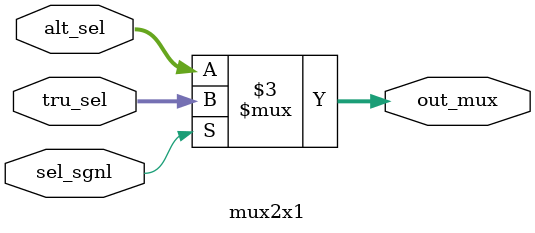
<source format=sv>
module mux2x1 (
    sel_sgnl,
    alt_sel, tru_sel,
    out_mux
);
    input sel_sgnl;
    input [31:0] alt_sel, tru_sel;
    output logic [31:0] out_mux;

    always_comb begin 
        if(sel_sgnl) begin
            out_mux <= tru_sel;
        end
        else begin 
            out_mux <= alt_sel;
        end
    end

endmodule
</source>
